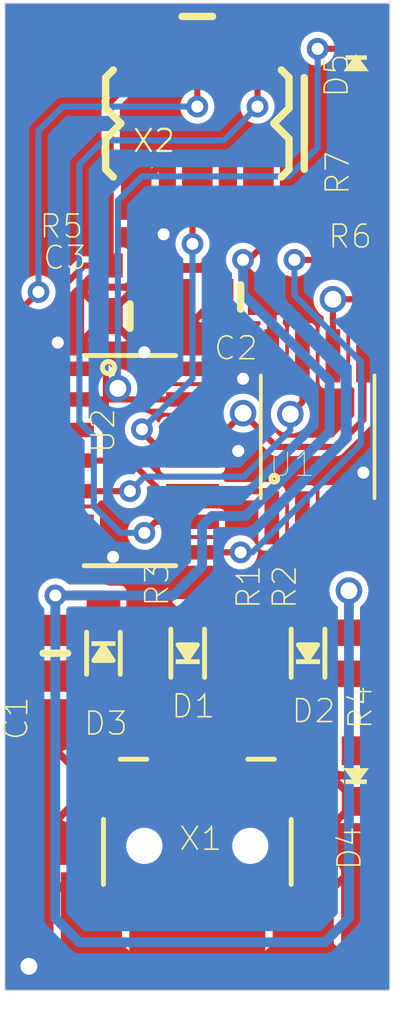
<source format=kicad_pcb>
(kicad_pcb (version 20221018) (generator pcbnew)
  (layers (0 "F.Cu" signal) (31 "B.Cu" signal) (34 "B.Paste" user) (35 "F.Paste" user) (36 "B.SilkS" user "B.Silkscreen") (37 "F.SilkS" user "F.Silkscreen") (38 "B.Mask" user) (39 "F.Mask" user) (44 "Edge.Cuts" user))
  (net 0 "")
  (net 1 "GND")
  (net 2 "N$1")
  (net 3 "N$2")
  (net 4 "5.0V")
  (net 5 "N$4")
  (net 6 "N$5")
  (net 7 "N$7")
  (net 8 "N$9")
  (net 9 "VDDIO")
  (net 10 "RST-HV")
  (net 11 "SCK-HV")
  (net 12 "MOSI-HV")
  (net 13 "MISO-LV")
  (net 14 "SCK-LV")
  (net 15 "RST-LV")
  (net 16 "MOSI-LV")
  (net 17 "MISO-HV")
  (net 18 "PB2/MISO")
  (net 19 "N$3")
  (footprint "working:SOIC14" (layer "F.Cu") (at 145.7011 103.5036 -90)
    (fp_text reference "U2" (at -2.237 1.119 90) (layer "F.SilkS") (effects (font (size 0.94935 0.94935) (thickness 0.06665)) (justify right)))
    (fp_text value "74AHC125-SOIC14")
    (fp_line (start -4.365 -1.9) (end -4.365 1.9) (stroke (width 0.2032)) (layer "F.SilkS"))
    (fp_line (start 4.365 -1.9) (end 4.365 1.9) (stroke (width 0.2032)) (layer "F.SilkS"))
    (fp_circle (center -3.8608 0.889) (end -3.6068 0.889) (stroke (width 0.2032)) (fill none) (layer "F.SilkS"))
    (pad "1" smd rect (at -3.81 2.6 270) (size 0.6 2.2) (layers "F.Cu" "F.Paste" "F.Mask") (net 10 "RST-HV"))
    (pad "2" smd rect (at -2.54 2.6 270) (size 0.6 2.2) (layers "F.Cu" "F.Paste" "F.Mask") (net 10 "RST-HV"))
    (pad "3" smd rect (at -1.27 2.6 270) (size 0.6 2.2) (layers "F.Cu" "F.Paste" "F.Mask") (net 15 "RST-LV"))
    (pad "4" smd rect (at 0 2.6 270) (size 0.6 2.2) (layers "F.Cu" "F.Paste" "F.Mask") (net 10 "RST-HV"))
    (pad "5" smd rect (at 1.27 2.6 270) (size 0.6 2.2) (layers "F.Cu" "F.Paste" "F.Mask") (net 11 "SCK-HV"))
    (pad "6" smd rect (at 2.54 2.6 270) (size 0.6 2.2) (layers "F.Cu" "F.Paste" "F.Mask") (net 14 "SCK-LV"))
    (pad "7" smd rect (at 3.81 2.6 270) (size 0.6 2.2) (layers "F.Cu" "F.Paste" "F.Mask") (net 1 "GND"))
    (pad "8" smd rect (at 3.81 -2.6 270) (size 0.6 2.2) (layers "F.Cu" "F.Paste" "F.Mask") (net 17 "MISO-HV"))
    (pad "9" smd rect (at 2.54 -2.6 270) (size 0.6 2.2) (layers "F.Cu" "F.Paste" "F.Mask") (net 13 "MISO-LV"))
    (pad "10" smd rect (at 1.27 -2.6 270) (size 0.6 2.2) (layers "F.Cu" "F.Paste" "F.Mask") (net 10 "RST-HV"))
    (pad "11" smd rect (at 0 -2.6 270) (size 0.6 2.2) (layers "F.Cu" "F.Paste" "F.Mask") (net 16 "MOSI-LV"))
    (pad "12" smd rect (at -1.27 -2.6 270) (size 0.6 2.2) (layers "F.Cu" "F.Paste" "F.Mask") (net 12 "MOSI-HV"))
    (pad "13" smd rect (at -2.54 -2.6 270) (size 0.6 2.2) (layers "F.Cu" "F.Paste" "F.Mask") (net 10 "RST-HV"))
    (pad "14" smd rect (at -3.81 -2.6 270) (size 0.6 2.2) (layers "F.Cu" "F.Paste" "F.Mask") (net 9 "VDDIO"))
  )
  (footprint "working:0603-NO" (layer "F.Cu") (at 151.4011 111.5036 90)
    (fp_text reference "R2" (at 1.778 0.727 90) (layer "F.SilkS") (effects (font (size 0.94935 0.94935) (thickness 0.06665)) (justify left)))
    (fp_text value "68R")
    (pad "1" smd rect (at -0.85 0 90) (size 1.1 1) (layers "F.Cu" "F.Paste" "F.Mask") (net 3 "N$2"))
    (pad "2" smd rect (at 0.85 0 90) (size 1.1 1) (layers "F.Cu" "F.Paste" "F.Mask") (net 6 "N$5"))
  )
  (footprint "working:0603-NO" (layer "F.Cu") (at 145.7011 95.4036)
    (fp_text reference "R5" (at -1.878 -1.627) (layer "F.SilkS") (effects (font (size 0.94935 0.94935) (thickness 0.06665)) (justify right)))
    (fp_text value "10K")
    (pad "1" smd rect (at -0.85 0) (size 1.1 1) (layers "F.Cu" "F.Paste" "F.Mask") (net 15 "RST-LV"))
    (pad "2" smd rect (at 0.85 0) (size 1.1 1) (layers "F.Cu" "F.Paste" "F.Mask") (net 9 "VDDIO"))
  )
  (footprint "working:0805-NO" (layer "F.Cu") (at 150.3011 96.7086)
    (fp_text reference "C2" (at -1.168 2.127) (layer "F.SilkS") (effects (font (size 0.94935 0.94935) (thickness 0.06665)) (justify left)))
    (fp_text value "100n")
    (fp_line (start 0 -0.508) (end 0 0.508) (stroke (width 0.3048)) (layer "F.SilkS"))
    (pad "1" smd rect (at -0.95 0) (size 1.3 1.5) (layers "F.Cu" "F.Paste" "F.Mask") (net 1 "GND"))
    (pad "2" smd rect (at 0.95 0) (size 1.3 1.5) (layers "F.Cu" "F.Paste" "F.Mask") (net 4 "5.0V"))
  )
  (footprint "working:0805-NO" (layer "F.Cu") (at 142.6011 111.5036 -90)
    (fp_text reference "C1" (at 1.732 1.627 90) (layer "F.SilkS") (effects (font (size 0.94935 0.94935) (thickness 0.06665)) (justify right)))
    (fp_text value "4u7")
    (fp_line (start 0 -0.508) (end 0 0.508) (stroke (width 0.3048)) (layer "F.SilkS"))
    (pad "1" smd rect (at -0.95 0 270) (size 1.3 1.5) (layers "F.Cu" "F.Paste" "F.Mask") (net 4 "5.0V"))
    (pad "2" smd rect (at 0.95 0 270) (size 1.3 1.5) (layers "F.Cu" "F.Paste" "F.Mask") (net 1 "GND"))
  )
  (footprint "working:CHIPLED_0805_NOOUTLINE" (layer "F.Cu") (at 155.1011 116.6036 180)
    (fp_text reference "D4" (at 0.284 -2.022 90) (layer "F.SilkS") (effects (font (size 0.94935 0.94935) (thickness 0.06665)) (justify right)))
    (fp_text value "")
    (fp_poly (pts (xy 0.5334 0.3302) (xy -0.5334 0.3302) (xy 0 -0.381)) (fill solid) (layer "F.SilkS"))
    (fp_poly (pts (xy -0.4445 -0.1405) (xy 0.4445 -0.1405) (xy 0.4445 -0.331) (xy -0.4445 -0.331)) (fill solid) (layer "F.SilkS"))
    (pad "A" smd rect (at 0 1.05 180) (size 1.2 1.2) (layers "F.Cu" "F.Paste" "F.Mask") (net 8 "N$9"))
    (pad "C" smd rect (at 0 -1.05 180) (size 1.2 1.2) (layers "F.Cu" "F.Paste" "F.Mask") (net 1 "GND"))
  )
  (footprint "working:0603-NO" (layer "F.Cu") (at 154.7011 95.1686)
    (fp_text reference "R6" (at -0.822 -0.973) (layer "F.SilkS") (effects (font (size 0.94935 0.94935) (thickness 0.06665)) (justify left)))
    (fp_text value "470R")
    (pad "1" smd rect (at -0.85 0) (size 1.1 1) (layers "F.Cu" "F.Paste" "F.Mask") (net 17 "MISO-HV"))
    (pad "2" smd rect (at 0.85 0) (size 1.1 1) (layers "F.Cu" "F.Paste" "F.Mask") (net 18 "PB2/MISO"))
  )
  (footprint "working:SOD-323" (layer "F.Cu") (at 153.1011 111.5036 90)
    (fp_text reference "D2" (at -2.4 1.2) (layer "F.SilkS") (effects (font (size 0.94935 0.94935) (thickness 0.06665)) (justify right)))
    (fp_text value "3V6")
    (fp_line (start -1 -0.7) (end 1 -0.7) (stroke (width 0.2032)) (layer "F.SilkS"))
    (fp_line (start -0.25 0) (end 0.35 -0.4) (stroke (width 0.2032)) (layer "F.SilkS"))
    (fp_line (start 0.35 -0.4) (end 0.35 0.4) (stroke (width 0.2032)) (layer "F.SilkS"))
    (fp_line (start 0.35 0.4) (end -0.25 0) (stroke (width 0.2032)) (layer "F.SilkS"))
    (fp_line (start 1 0.7) (end -1 0.7) (stroke (width 0.2032)) (layer "F.SilkS"))
    (fp_poly (pts (xy 0.3016 0.389841) (xy -0.283162 0) (xy 0.3016 -0.389841)) (fill solid) (layer "F.SilkS"))
    (fp_poly (pts (xy -0.45 0.5) (xy -0.25 0.5) (xy -0.25 -0.5) (xy -0.45 -0.5)) (fill solid) (layer "F.SilkS"))
    (pad "A" smd rect (at 1.27 0 90) (size 1.35 0.8) (layers "F.Cu" "F.Paste" "F.Mask") (net 1 "GND"))
    (pad "C" smd rect (at -1.27 0 90) (size 1.35 0.8) (layers "F.Cu" "F.Paste" "F.Mask") (net 3 "N$2"))
  )
  (footprint "working:0805-NO" (layer "F.Cu") (at 145.7011 97.5036)
    (fp_text reference "C3" (at -1.732 -2.427) (layer "F.SilkS") (effects (font (size 0.94935 0.94935) (thickness 0.06665)) (justify right)))
    (fp_text value "100n")
    (fp_line (start 0 -0.508) (end 0 0.508) (stroke (width 0.3048)) (layer "F.SilkS"))
    (pad "1" smd rect (at -0.95 0) (size 1.3 1.5) (layers "F.Cu" "F.Paste" "F.Mask") (net 1 "GND"))
    (pad "2" smd rect (at 0.95 0) (size 1.3 1.5) (layers "F.Cu" "F.Paste" "F.Mask") (net 9 "VDDIO"))
  )
  (footprint "working:SOD-123" (layer "F.Cu") (at 144.6011 111.5036 -90)
    (fp_text reference "D3" (at 2.916 -1.07) (layer "F.SilkS") (effects (font (size 0.94935 0.94935) (thickness 0.06665)) (justify right)))
    (fp_text value "")
    (fp_line (start -0.873 -0.7) (end 0.873 -0.7) (stroke (width 0.2032)) (layer "F.SilkS"))
    (fp_line (start -0.3 0) (end 0.3 -0.4) (stroke (width 0.2032)) (layer "F.SilkS"))
    (fp_line (start 0.3 -0.4) (end 0.3 0.4) (stroke (width 0.2032)) (layer "F.SilkS"))
    (fp_line (start 0.3 0.4) (end -0.3 0) (stroke (width 0.2032)) (layer "F.SilkS"))
    (fp_line (start 0.873 0.7) (end -0.873 0.7) (stroke (width 0.2032)) (layer "F.SilkS"))
    (fp_poly (pts (xy 0.3016 0.389841) (xy -0.283162 0) (xy 0.3016 -0.389841)) (fill solid) (layer "F.SilkS"))
    (fp_poly (pts (xy -0.5 0.5) (xy -0.3 0.5) (xy -0.3 -0.5) (xy -0.5 -0.5)) (fill solid) (layer "F.SilkS"))
    (pad "A" smd rect (at 1.85 0) (size 1.4 1.4) (layers "F.Cu" "F.Paste" "F.Mask") (net 7 "N$7"))
    (pad "C" smd rect (at -1.85 0) (size 1.4 1.4) (layers "F.Cu" "F.Paste" "F.Mask") (net 4 "5.0V"))
  )
  (footprint "working:USB-MINIB_LARGER" (layer "F.Cu") (at 148.5011 120.5036)
    (fp_text reference "X1" (at -0.81 -1.301) (layer "F.SilkS") (effects (font (size 0.94935 0.94935) (thickness 0.06665)) (justify left)))
    (fp_text value "")
    (fp_line (start -3.9 0.6) (end -3.9 -2.1) (stroke (width 0.2032)) (layer "F.SilkS"))
    (fp_line (start -3.2 -4.6) (end -2.1 -4.6) (stroke (width 0.2032)) (layer "F.SilkS"))
    (fp_line (start 2.1 -4.6) (end 3.2 -4.6) (stroke (width 0.2032)) (layer "F.SilkS"))
    (fp_line (start 3.9 -2.1) (end 3.9 0.6) (stroke (width 0.2032)) (layer "F.SilkS"))
    (pad "" np_thru_hole circle (at -2.2 -1) (size 1 1) (drill 1) (layers "*.Cu" "*.Mask"))
    (pad "" np_thru_hole circle (at 2.2 -1) (size 1 1) (drill 1) (layers "*.Cu" "*.Mask"))
    (pad "D+" smd rect (at 0 -4.064 180) (size 0.5 2.308) (layers "F.Cu" "F.Paste" "F.Mask") (net 3 "N$2"))
    (pad "D-" smd rect (at -0.8 -4.064 180) (size 0.5 2.308) (layers "F.Cu" "F.Paste" "F.Mask") (net 2 "N$1"))
    (pad "GND" smd rect (at 1.6 -4.064 180) (size 0.5 2.308) (layers "F.Cu" "F.Paste" "F.Mask") (net 1 "GND"))
    (pad "GND1" smd rect (at -4.4 2) (size 2.54 3.81) (layers "F.Cu" "F.Paste" "F.Mask") (net 1 "GND"))
    (pad "GND2" smd rect (at -4.4 -3.5) (size 2 2.4) (layers "F.Cu" "F.Paste" "F.Mask") (net 1 "GND"))
    (pad "GND3" smd rect (at 4.4 -3.5) (size 2 2.4) (layers "F.Cu" "F.Paste" "F.Mask") (net 1 "GND"))
    (pad "GND4" smd rect (at 4.4 2) (size 2.54 3.81) (layers "F.Cu" "F.Paste" "F.Mask") (net 1 "GND"))
    (pad "ID" smd rect (at 0.8 -4.064 180) (size 0.5 2.308) (layers "F.Cu" "F.Paste" "F.Mask"))
    (pad "VBUS" smd rect (at -1.6 -4.064 180) (size 0.5 2.308) (layers "F.Cu" "F.Paste" "F.Mask") (net 7 "N$7"))
  )
  (footprint "working:0603-NO" (layer "F.Cu") (at 146.4011 111.5036 90)
    (fp_text reference "R3" (at 1.878 0.427 90) (layer "F.SilkS") (effects (font (size 0.94935 0.94935) (thickness 0.06665)) (justify left)))
    (fp_text value "1K5")
    (pad "1" smd rect (at -0.85 0 90) (size 1.1 1) (layers "F.Cu" "F.Paste" "F.Mask") (net 2 "N$1"))
    (pad "2" smd rect (at 0.85 0 90) (size 1.1 1) (layers "F.Cu" "F.Paste" "F.Mask") (net 4 "5.0V"))
  )
  (footprint "working:0603-NO" (layer "F.Cu") (at 155.1011 90.9036 90)
    (fp_text reference "R7" (at -1.622 -0.773 90) (layer "F.SilkS") (effects (font (size 0.94935 0.94935) (thickness 0.06665)) (justify left)))
    (fp_text value "1K")
    (pad "1" smd rect (at -0.85 0 90) (size 1.1 1) (layers "F.Cu" "F.Paste" "F.Mask") (net 4 "5.0V"))
    (pad "2" smd rect (at 0.85 0 90) (size 1.1 1) (layers "F.Cu" "F.Paste" "F.Mask") (net 19 "N$3"))
  )
  (footprint "working:SOD-323" (layer "F.Cu") (at 148.1011 111.5036 90)
    (fp_text reference "D1" (at -2.2 1.2) (layer "F.SilkS") (effects (font (size 0.94935 0.94935) (thickness 0.06665)) (justify right)))
    (fp_text value "3V6")
    (fp_line (start -1 -0.7) (end 1 -0.7) (stroke (width 0.2032)) (layer "F.SilkS"))
    (fp_line (start -0.25 0) (end 0.35 -0.4) (stroke (width 0.2032)) (layer "F.SilkS"))
    (fp_line (start 0.35 -0.4) (end 0.35 0.4) (stroke (width 0.2032)) (layer "F.SilkS"))
    (fp_line (start 0.35 0.4) (end -0.25 0) (stroke (width 0.2032)) (layer "F.SilkS"))
    (fp_line (start 1 0.7) (end -1 0.7) (stroke (width 0.2032)) (layer "F.SilkS"))
    (fp_poly (pts (xy 0.3016 0.389841) (xy -0.283162 0) (xy 0.3016 -0.389841)) (fill solid) (layer "F.SilkS"))
    (fp_poly (pts (xy -0.45 0.5) (xy -0.25 0.5) (xy -0.25 -0.5) (xy -0.45 -0.5)) (fill solid) (layer "F.SilkS"))
    (pad "A" smd rect (at 1.27 0 90) (size 1.35 0.8) (layers "F.Cu" "F.Paste" "F.Mask") (net 1 "GND"))
    (pad "C" smd rect (at -1.27 0 90) (size 1.35 0.8) (layers "F.Cu" "F.Paste" "F.Mask") (net 2 "N$1"))
  )
  (footprint "working:CHIPLED_0805_NOOUTLINE" (layer "F.Cu") (at 155.1011 87.0036)
    (fp_text reference "D5" (at -0.816 1.478 90) (layer "F.SilkS") (effects (font (size 0.94935 0.94935) (thickness 0.06665)) (justify left)))
    (fp_text value "")
    (fp_poly (pts (xy 0.5334 0.3302) (xy -0.5334 0.3302) (xy 0 -0.381)) (fill solid) (layer "F.SilkS"))
    (fp_poly (pts (xy -0.4445 -0.1405) (xy 0.4445 -0.1405) (xy 0.4445 -0.331) (xy -0.4445 -0.331)) (fill solid) (layer "F.SilkS"))
    (pad "A" smd rect (at 0 1.05) (size 1.2 1.2) (layers "F.Cu" "F.Paste" "F.Mask") (net 19 "N$3"))
    (pad "C" smd rect (at 0 -1.05) (size 1.2 1.2) (layers "F.Cu" "F.Paste" "F.Mask") (net 10 "RST-HV"))
  )
  (footprint "working:0603-NO" (layer "F.Cu") (at 154.8011 111.5036 -90)
    (fp_text reference "R4" (at 1.278 -0.473 90) (layer "F.SilkS") (effects (font (size 0.94935 0.94935) (thickness 0.06665)) (justify right)))
    (fp_text value "470R")
    (pad "1" smd rect (at -0.85 0 270) (size 1.1 1) (layers "F.Cu" "F.Paste" "F.Mask") (net 4 "5.0V"))
    (pad "2" smd rect (at 0.85 0 270) (size 1.1 1) (layers "F.Cu" "F.Paste" "F.Mask") (net 8 "N$9"))
  )
  (footprint "working:SO08-EIAJ" (layer "F.Cu") (at 153.5011 102.5036)
    (fp_text reference "U1" (at -2.07 1.162) (layer "F.SilkS") (effects (font (size 0.978611 0.978611) (thickness 0.037389)) (justify left)))
    (fp_text value "ATTINY45")
    (fp_line (start -2.362 -2.5396) (end -2.362 2.565) (stroke (width 0.1524)) (layer "F.SilkS"))
    (fp_line (start 2.362 2.565) (end 2.362 -2.5396) (stroke (width 0.1524)) (layer "F.SilkS"))
    (fp_circle (center -1.8034 1.7526) (end -1.6598 1.7526) (stroke (width 0.2032)) (fill none) (layer "F.SilkS"))
    (pad "1" smd rect (at -1.905 3.3782) (size 0.6096 2.2098) (layers "F.Cu" "F.Paste" "F.Mask") (net 10 "RST-HV"))
    (pad "2" smd rect (at -0.635 3.3782) (size 0.6096 2.2098) (layers "F.Cu" "F.Paste" "F.Mask") (net 5 "N$4"))
    (pad "3" smd rect (at 0.635 3.3782) (size 0.6096 2.2098) (layers "F.Cu" "F.Paste" "F.Mask") (net 6 "N$5"))
    (pad "4" smd rect (at 1.905 3.3782) (size 0.6096 2.2098) (layers "F.Cu" "F.Paste" "F.Mask") (net 1 "GND"))
    (pad "5" smd rect (at 1.905 -3.3528) (size 0.6096 2.2098) (layers "F.Cu" "F.Paste" "F.Mask") (net 12 "MOSI-HV"))
    (pad "6" smd rect (at 0.635 -3.3528) (size 0.6096 2.2098) (layers "F.Cu" "F.Paste" "F.Mask") (net 18 "PB2/MISO"))
    (pad "7" smd rect (at -0.635 -3.3528) (size 0.6096 2.2098) (layers "F.Cu" "F.Paste" "F.Mask") (net 11 "SCK-HV"))
    (pad "8" smd rect (at -1.905 -3.3528) (size 0.6096 2.2098) (layers "F.Cu" "F.Paste" "F.Mask") (net 4 "5.0V"))
  )
  (footprint "working:2X3_SMD" (layer "F.Cu") (at 148.5011 89.5036 -90)
    (fp_text reference "X2" (at 0.72 2.74) (layer "F.SilkS") (effects (font (size 0.92456 0.92456) (thickness 0.09144)) (justify left)))
    (fp_text value "AVR ISP" hide)
    (fp_line (start -4.445 -0.635) (end -4.445 0.635) (stroke (width 0.3048)) (layer "F.SilkS"))
    (fp_line (start -2.2225 -3.4925) (end -1.905 -3.81) (stroke (width 0.3048)) (layer "F.SilkS"))
    (fp_line (start -2.2225 3.4925) (end -1.905 3.81) (stroke (width 0.3048)) (layer "F.SilkS"))
    (fp_line (start -1.905 -4.445) (end 1.905 -4.445) (stroke (width 0.3048)) (layer "F.SilkS"))
    (fp_line (start -1.905 -3.81) (end -0.635 -3.81) (stroke (width 0.3048)) (layer "F.SilkS"))
    (fp_line (start -1.905 3.81) (end -0.635 3.81) (stroke (width 0.3048)) (layer "F.SilkS"))
    (fp_line (start -0.635 -3.81) (end 0 -3.175) (stroke (width 0.3048)) (layer "F.SilkS"))
    (fp_line (start -0.635 3.81) (end 0 3.175) (stroke (width 0.3048)) (layer "F.SilkS"))
    (fp_line (start 0 -3.175) (end 0.635 -3.81) (stroke (width 0.3048)) (layer "F.SilkS"))
    (fp_line (start 0 3.175) (end 0.635 3.81) (stroke (width 0.3048)) (layer "F.SilkS"))
    (fp_line (start 0.635 -3.81) (end 1.905 -3.81) (stroke (width 0.3048)) (layer "F.SilkS"))
    (fp_line (start 0.635 3.81) (end 1.905 3.81) (stroke (width 0.3048)) (layer "F.SilkS"))
    (fp_line (start 1.905 -3.81) (end 2.2225 -3.4925) (stroke (width 0.3048)) (layer "F.SilkS"))
    (fp_line (start 1.905 3.81) (end 2.2225 3.4925) (stroke (width 0.3048)) (layer "F.SilkS"))
    (pad "1" smd rect (at -2.73 -2.54 270) (size 2.54 1.27) (layers "F.Cu" "F.Paste" "F.Mask") (net 13 "MISO-LV"))
    (pad "2" smd rect (at 2.73 -2.54 270) (size 2.54 1.27) (layers "F.Cu" "F.Paste" "F.Mask") (net 9 "VDDIO"))
    (pad "3" smd rect (at -2.73 0 270) (size 2.54 1.27) (layers "F.Cu" "F.Paste" "F.Mask") (net 14 "SCK-LV"))
    (pad "4" smd rect (at 2.73 0 270) (size 2.54 1.27) (layers "F.Cu" "F.Paste" "F.Mask") (net 16 "MOSI-LV"))
    (pad "5" smd rect (at -2.73 2.54 270) (size 2.54 1.27) (layers "F.Cu" "F.Paste" "F.Mask") (net 15 "RST-LV"))
    (pad "6" smd rect (at 2.73 2.54 270) (size 2.54 1.27) (layers "F.Cu" "F.Paste" "F.Mask") (net 1 "GND"))
  )
  (footprint "working:0603-NO" (layer "F.Cu") (at 149.8011 111.5036 90)
    (fp_text reference "R1" (at 1.778 0.827 90) (layer "F.SilkS") (effects (font (size 0.94935 0.94935) (thickness 0.06665)) (justify left)))
    (fp_text value "68R")
    (pad "1" smd rect (at -0.85 0 90) (size 1.1 1) (layers "F.Cu" "F.Paste" "F.Mask") (net 2 "N$1"))
    (pad "2" smd rect (at 0.85 0 90) (size 1.1 1) (layers "F.Cu" "F.Paste" "F.Mask") (net 5 "N$4"))
  )
  (gr_line (start 140.5011 125.5036) (end 156.5011 125.5036) (stroke (width 0.05)) (layer "Edge.Cuts"))
  (gr_line (start 156.5011 125.5036) (end 156.5011 84.5036) (stroke (width 0.05)) (layer "Edge.Cuts"))
  (gr_line (start 156.5011 84.5036) (end 140.5011 84.5036) (stroke (width 0.05)) (layer "Edge.Cuts"))
  (gr_line (start 140.5011 84.5036) (end 140.5011 125.5036) (stroke (width 0.05)) (layer "Edge.Cuts"))
  (via (at 142.7011 98.6036) (size 0.9064) (drill 0.5) (layers "F.Cu" "B.Cu") (net 1))
  (via (at 141.5011 124.5036) (size 1.1064) (drill 0.7) (layers "F.Cu" "B.Cu") (net 1))
  (via (at 150.2011 103.1036) (size 0.9064) (drill 0.5) (layers "F.Cu" "B.Cu") (net 1))
  (via (at 147.1011 94.1036) (size 0.9064) (drill 0.5) (layers "F.Cu" "B.Cu") (net 1))
  (via (at 155.4011 104.0036) (size 0.9064) (drill 0.5) (layers "F.Cu" "B.Cu") (net 1))
  (via (at 150.4011 100.1036) (size 0.9064) (drill 0.5) (layers "F.Cu" "B.Cu") (net 1))
  (via (at 145.0011 107.5036) (size 0.9064) (drill 0.5) (layers "F.Cu" "B.Cu") (net 1))
  (via (at 146.3011 99.0036) (size 0.9064) (drill 0.5) (layers "F.Cu" "B.Cu") (net 1))
  (segment (start 149.8011 112.3536) (end 148.1011 112.3536) (width 0.4064) (layer "F.Cu") (net 2))
  (segment (start 148.1011 113.8036) (end 148.1011 112.7736) (width 0.4064) (layer "F.Cu") (net 2))
  (segment (start 148.1011 112.3536) (end 148.1011 112.7736) (width 0.4064) (layer "F.Cu") (net 2))
  (segment (start 147.7011 114.2036) (end 148.1011 113.8036) (width 0.4064) (layer "F.Cu") (net 2))
  (segment (start 146.4011 112.3536) (end 148.1011 112.3536) (width 0.4064) (layer "F.Cu") (net 2))
  (segment (start 147.7011 116.4396) (end 147.7011 114.2036) (width 0.4064) (layer "F.Cu") (net 2))
  (segment (start 153.1011 112.3536) (end 153.1011 112.7736) (width 0.4064) (layer "F.Cu") (net 3))
  (segment (start 148.5011 116.4396) (end 148.5011 114.7036) (width 0.4064) (layer "F.Cu") (net 3))
  (segment (start 151.4011 112.3536) (end 153.1011 112.3536) (width 0.4064) (layer "F.Cu") (net 3))
  (segment (start 149.5011 113.7036) (end 151.084875 113.7036) (width 0.4064) (layer "F.Cu") (net 3))
  (segment (start 148.5011 114.7036) (end 149.5011 113.7036) (width 0.4064) (layer "F.Cu") (net 3))
  (segment (start 151.4011 113.387375) (end 151.4011 112.3536) (width 0.4064) (layer "F.Cu") (net 3))
  (segment (start 151.084875 113.7036) (end 151.4011 113.387375) (width 0.4064) (layer "F.Cu") (net 3))
  (segment (start 145.9511 110.2036) (end 146.4011 110.6536) (width 0.4064) (layer "F.Cu") (net 4))
  (segment (start 144.6011 109.1036) (end 142.6011 109.1036) (width 0.4064) (layer "F.Cu") (net 4))
  (segment (start 154.8011 108.9036) (end 154.8011 110.6536) (width 0.4064) (layer "F.Cu") (net 4))
  (segment (start 151.5961 99.1508) (end 151.5961 96.7086) (width 0.4064) (layer "F.Cu") (net 4))
  (segment (start 144.6011 109.6536) (end 144.6011 109.1036) (width 0.4064) (layer "F.Cu") (net 4))
  (segment (start 150.4011 95.5036) (end 150.4011 95.1686) (width 0.4064) (layer "F.Cu") (net 4))
  (segment (start 151.2511 96.7086) (end 151.5961 96.7086) (width 0.4064) (layer "F.Cu") (net 4))
  (segment (start 145.1511 110.2036) (end 145.9511 110.2036) (width 0.4064) (layer "F.Cu") (net 4))
  (segment (start 154.6511 92.2036) (end 155.1011 91.7536) (width 0.254) (layer "F.Cu") (net 4))
  (segment (start 150.6361 95.1686) (end 153.6011 92.2036) (width 0.254) (layer "F.Cu") (net 4))
  (segment (start 151.2511 96.7086) (end 151.2511 96.3536) (width 0.4064) (layer "F.Cu") (net 4))
  (segment (start 142.6011 110.5536) (end 142.6011 109.1036) (width 0.4064) (layer "F.Cu") (net 4))
  (segment (start 150.4011 95.1686) (end 150.6361 95.1686) (width 0.254) (layer "F.Cu") (net 4))
  (segment (start 153.6011 92.2036) (end 154.6511 92.2036) (width 0.254) (layer "F.Cu") (net 4))
  (segment (start 144.6011 109.6536) (end 145.1511 110.2036) (width 0.4064) (layer "F.Cu") (net 4))
  (segment (start 151.2511 96.3536) (end 150.4011 95.5036) (width 0.4064) (layer "F.Cu") (net 4))
  (via (at 154.8011 108.9036) (size 1.1064) (drill 0.7) (layers "F.Cu" "B.Cu") (net 4))
  (via (at 142.6011 109.1036) (size 0.9064) (drill 0.5) (layers "F.Cu" "B.Cu") (net 4))
  (via (at 150.4011 95.1686) (size 0.9064) (drill 0.5) (layers "F.Cu" "B.Cu") (net 4))
  (segment (start 150.5011 105.8036) (end 149.1011 105.8036) (width 0.4064) (layer "B.Cu") (net 4))
  (segment (start 154.0011 100.2036) (end 154.0011 102.3036) (width 0.4064) (layer "B.Cu") (net 4))
  (segment (start 149.1011 105.8036) (end 148.7011 106.2036) (width 0.4064) (layer "B.Cu") (net 4))
  (segment (start 147.5011 109.1036) (end 142.6011 109.1036) (width 0.4064) (layer "B.Cu") (net 4))
  (segment (start 150.4011 96.6036) (end 154.0011 100.2036) (width 0.4064) (layer "B.Cu") (net 4))
  (segment (start 153.8011 123.5036) (end 143.6011 123.5036) (width 0.4064) (layer "B.Cu") (net 4))
  (segment (start 154.8011 122.5036) (end 153.8011 123.5036) (width 0.4064) (layer "B.Cu") (net 4))
  (segment (start 142.6011 122.5036) (end 142.6011 109.1036) (width 0.4064) (layer "B.Cu") (net 4))
  (segment (start 154.8011 108.9036) (end 154.8011 122.5036) (width 0.4064) (layer "B.Cu") (net 4))
  (segment (start 148.7011 107.9036) (end 147.5011 109.1036) (width 0.4064) (layer "B.Cu") (net 4))
  (segment (start 148.7011 106.2036) (end 148.7011 107.9036) (width 0.4064) (layer "B.Cu") (net 4))
  (segment (start 143.6011 123.5036) (end 142.6011 122.5036) (width 0.4064) (layer "B.Cu") (net 4))
  (segment (start 150.4011 96.6036) (end 150.4011 95.1686) (width 0.4064) (layer "B.Cu") (net 4))
  (segment (start 154.0011 102.3036) (end 150.5011 105.8036) (width 0.4064) (layer "B.Cu") (net 4))
  (segment (start 149.8011 110.5036) (end 152.8661 107.4386) (width 0.254) (layer "F.Cu") (net 5))
  (segment (start 152.8661 107.4386) (end 152.8661 105.8818) (width 0.254) (layer "F.Cu") (net 5))
  (segment (start 149.8011 110.6536) (end 149.8011 110.5036) (width 0.254) (layer "F.Cu") (net 5))
  (segment (start 151.4011 110.6536) (end 151.7011 110.3536) (width 0.254) (layer "F.Cu") (net 6))
  (segment (start 151.7011 110.3536) (end 151.7011 109.7036) (width 0.254) (layer "F.Cu") (net 6))
  (segment (start 154.1361 107.2686) (end 154.1361 105.8818) (width 0.254) (layer "F.Cu") (net 6))
  (segment (start 151.7011 109.7036) (end 154.1361 107.2686) (width 0.254) (layer "F.Cu") (net 6))
  (segment (start 146.9011 115.336054) (end 146.268646 114.7036) (width 0.4064) (layer "F.Cu") (net 7))
  (segment (start 145.9511 114.7036) (end 144.6011 113.3536) (width 0.4064) (layer "F.Cu") (net 7))
  (segment (start 146.9011 116.4396) (end 146.9011 115.336054) (width 0.4064) (layer "F.Cu") (net 7))
  (segment (start 146.268646 114.7036) (end 145.9511 114.7036) (width 0.4064) (layer "F.Cu") (net 7))
  (segment (start 154.8011 115.5536) (end 155.1011 115.5536) (width 0.4064) (layer "F.Cu") (net 8))
  (segment (start 154.8011 112.3536) (end 154.8011 115.5536) (width 0.4064) (layer "F.Cu") (net 8))
  (segment (start 147.2011 99.6936) (end 148.3011 99.6936) (width 0.254) (layer "F.Cu") (net 9))
  (segment (start 146.5511 95.5036) (end 146.5511 95.4036) (width 0.4064) (layer "F.Cu") (net 9))
  (segment (start 147.2011 98.0536) (end 147.2011 99.6936) (width 0.254) (layer "F.Cu") (net 9))
  (segment (start 146.6511 97.5036) (end 147.2011 98.0536) (width 0.254) (layer "F.Cu") (net 9))
  (segment (start 151.0411 92.2336) (end 151.0411 93.1636) (width 0.4064) (layer "F.Cu") (net 9))
  (segment (start 146.5511 97.4036) (end 146.6511 97.5036) (width 0.254) (layer "F.Cu") (net 9))
  (segment (start 148.7011 95.5036) (end 146.5511 95.5036) (width 0.4064) (layer "F.Cu") (net 9))
  (segment (start 151.0411 93.1636) (end 148.7011 95.5036) (width 0.4064) (layer "F.Cu") (net 9))
  (segment (start 146.5511 95.4036) (end 146.5511 97.4036) (width 0.254) (layer "F.Cu") (net 9))
  (segment (start 148.3011 104.7736) (end 151.5961 104.7736) (width 0.254) (layer "F.Cu") (net 10))
  (segment (start 148.3011 100.9636) (end 145.2011 100.9636) (width 0.254) (layer "F.Cu") (net 10))
  (segment (start 146.9711 104.7736) (end 145.7011 103.5036) (width 0.254) (layer "F.Cu") (net 10))
  (segment (start 144.7011 103.5036) (end 144.7011 100.9636) (width 0.254) (layer "F.Cu") (net 10))
  (segment (start 143.1011 103.5036) (end 144.7011 103.5036) (width 0.254) (layer "F.Cu") (net 10))
  (segment (start 153.5011 86.4036) (end 155.1011 86.4036) (width 0.254) (layer "F.Cu") (net 10))
  (segment (start 155.1011 86.4036) (end 155.1011 85.9536) (width 0.254) (layer "F.Cu") (net 10))
  (segment (start 145.2011 100.9636) (end 144.7011 100.9636) (width 0.254) (layer "F.Cu") (net 10))
  (segment (start 144.7011 99.926194) (end 144.7011 100.9636) (width 0.254) (layer "F.Cu") (net 10))
  (segment (start 151.5961 104.7736) (end 151.5961 105.8818) (width 0.254) (layer "F.Cu") (net 10))
  (segment (start 145.2011 100.5036) (end 145.2011 100.9636) (width 0.254) (layer "F.Cu") (net 10))
  (segment (start 144.468506 99.6936) (end 144.7011 99.926194) (width 0.254) (layer "F.Cu") (net 10))
  (segment (start 144.7011 103.5036) (end 145.7011 103.5036) (width 0.254) (layer "F.Cu") (net 10))
  (segment (start 143.1011 99.6936) (end 144.468506 99.6936) (width 0.254) (layer "F.Cu") (net 10))
  (segment (start 146.9711 104.7736) (end 148.3011 104.7736) (width 0.254) (layer "F.Cu") (net 10))
  (segment (start 144.7011 100.9636) (end 143.1011 100.9636) (width 0.254) (layer "F.Cu") (net 10))
  (via (at 145.2011 100.5036) (size 1.1064) (drill 0.7) (layers "F.Cu" "B.Cu") (net 10))
  (via (at 153.5011 86.4036) (size 0.9064) (drill 0.5) (layers "F.Cu" "B.Cu") (net 10))
  (segment (start 145.2011 92.7036) (end 145.2011 100.5036) (width 0.254) (layer "B.Cu") (net 10))
  (segment (start 152.3011 91.7036) (end 146.2011 91.7036) (width 0.254) (layer "B.Cu") (net 10))
  (segment (start 146.2011 91.7036) (end 145.2011 92.7036) (width 0.254) (layer "B.Cu") (net 10))
  (segment (start 153.5011 90.5036) (end 152.3011 91.7036) (width 0.254) (layer "B.Cu") (net 10))
  (segment (start 153.5011 86.4036) (end 153.5011 90.5036) (width 0.254) (layer "B.Cu") (net 10))
  (segment (start 143.1011 104.7736) (end 145.7011 104.7736) (width 0.254) (layer "F.Cu") (net 11))
  (segment (start 152.8661 101.0736) (end 152.3661 101.5736) (width 0.254) (layer "F.Cu") (net 11))
  (segment (start 152.8661 99.1508) (end 152.8661 101.0736) (width 0.254) (layer "F.Cu") (net 11))
  (via (at 145.7011 104.7736) (size 0.9064) (drill 0.5) (layers "F.Cu" "B.Cu") (net 11))
  (via (at 152.3661 101.5736) (size 1.1064) (drill 0.7) (layers "F.Cu" "B.Cu") (net 11))
  (segment (start 152.3661 102.2386) (end 152.3661 101.5736) (width 0.254) (layer "B.Cu") (net 11))
  (segment (start 150.4311 104.1736) (end 146.3011 104.1736) (width 0.254) (layer "B.Cu") (net 11))
  (segment (start 146.3011 104.1736) (end 145.7011 104.7736) (width 0.254) (layer "B.Cu") (net 11))
  (segment (start 150.4311 104.1736) (end 152.3661 102.2386) (width 0.254) (layer "B.Cu") (net 11))
  (segment (start 155.4061 99.1508) (end 155.4061 101.803591) (width 0.254) (layer "F.Cu") (net 12))
  (segment (start 148.3011 102.2336) (end 149.7011 102.2336) (width 0.254) (layer "F.Cu") (net 12))
  (segment (start 155.4061 101.803591) (end 154.27609 102.9336) (width 0.254) (layer "F.Cu") (net 12))
  (segment (start 151.8011 102.9336) (end 150.4011 101.5336) (width 0.254) (layer "F.Cu") (net 12))
  (segment (start 154.27609 102.9336) (end 151.8011 102.9336) (width 0.254) (layer "F.Cu") (net 12))
  (segment (start 149.7011 102.2336) (end 150.4011 101.5336) (width 0.254) (layer "F.Cu") (net 12))
  (via (at 150.4011 101.5336) (size 1.1064) (drill 0.7) (layers "F.Cu" "B.Cu") (net 12))
  (segment (start 151.0011 86.8136) (end 151.0011 88.8036) (width 0.254) (layer "F.Cu") (net 13))
  (segment (start 148.3011 106.0436) (end 146.7611 106.0436) (width 0.254) (layer "F.Cu") (net 13))
  (segment (start 151.0411 86.7736) (end 151.0011 86.8136) (width 0.254) (layer "F.Cu") (net 13))
  (segment (start 146.7611 106.0436) (end 146.3011 106.5036) (width 0.254) (layer "F.Cu") (net 13))
  (via (at 146.3011 106.5036) (size 0.9064) (drill 0.5) (layers "F.Cu" "B.Cu") (net 13))
  (via (at 151.0011 88.8036) (size 0.9064) (drill 0.5) (layers "F.Cu" "B.Cu") (net 13))
  (segment (start 143.6011 91.2036) (end 144.6011 90.2036) (width 0.254) (layer "B.Cu") (net 13))
  (segment (start 145.3011 106.5036) (end 144.2011 105.4036) (width 0.254) (layer "B.Cu") (net 13))
  (segment (start 149.6011 90.2036) (end 151.0011 88.8036) (width 0.254) (layer "B.Cu") (net 13))
  (segment (start 144.2011 105.4036) (end 144.2011 102.5036) (width 0.254) (layer "B.Cu") (net 13))
  (segment (start 144.2011 102.5036) (end 143.6011 101.9036) (width 0.254) (layer "B.Cu") (net 13))
  (segment (start 144.6011 90.2036) (end 149.6011 90.2036) (width 0.254) (layer "B.Cu") (net 13))
  (segment (start 146.3011 106.5036) (end 145.3011 106.5036) (width 0.254) (layer "B.Cu") (net 13))
  (segment (start 143.6011 101.9036) (end 143.6011 91.2036) (width 0.254) (layer "B.Cu") (net 13))
  (segment (start 140.9011 97.5036) (end 141.9011 96.5036) (width 0.254) (layer "F.Cu") (net 14))
  (segment (start 140.9011 104.742219) (end 140.9011 97.5036) (width 0.254) (layer "F.Cu") (net 14))
  (segment (start 142.202481 106.0436) (end 140.9011 104.742219) (width 0.254) (layer "F.Cu") (net 14))
  (segment (start 148.5011 86.7736) (end 148.5011 88.8036) (width 0.254) (layer "F.Cu") (net 14))
  (segment (start 143.1011 106.0436) (end 142.202481 106.0436) (width 0.254) (layer "F.Cu") (net 14))
  (via (at 141.9011 96.5036) (size 0.9064) (drill 0.5) (layers "F.Cu" "B.Cu") (net 14))
  (via (at 148.5011 88.8036) (size 0.9064) (drill 0.5) (layers "F.Cu" "B.Cu") (net 14))
  (segment (start 142.9011 88.8036) (end 141.9011 89.8036) (width 0.254) (layer "B.Cu") (net 14))
  (segment (start 148.5011 88.8036) (end 142.9011 88.8036) (width 0.254) (layer "B.Cu") (net 14))
  (segment (start 141.9011 89.8036) (end 141.9011 96.5036) (width 0.254) (layer "B.Cu") (net 14))
  (segment (start 143.1011 102.2336) (end 142.20459 102.2336) (width 0.254) (layer "F.Cu") (net 15))
  (segment (start 141.5011 98.4536) (end 142.8011 97.1536) (width 0.254) (layer "F.Cu") (net 15))
  (segment (start 145.9611 86.7736) (end 145.9611 87.5436) (width 0.254) (layer "F.Cu") (net 15))
  (segment (start 141.5011 101.53011) (end 141.5011 98.4536) (width 0.254) (layer "F.Cu") (net 15))
  (segment (start 142.8011 96.4036) (end 143.8011 95.4036) (width 0.254) (layer "F.Cu") (net 15))
  (segment (start 144.9011 95.3536) (end 144.8511 95.4036) (width 0.254) (layer "F.Cu") (net 15))
  (segment (start 143.8011 95.4036) (end 144.8511 95.4036) (width 0.254) (layer "F.Cu") (net 15))
  (segment (start 145.9611 87.5436) (end 144.9011 88.6036) (width 0.254) (layer "F.Cu") (net 15))
  (segment (start 144.9011 88.6036) (end 144.9011 95.3536) (width 0.254) (layer "F.Cu") (net 15))
  (segment (start 142.20459 102.2336) (end 141.5011 101.53011) (width 0.254) (layer "F.Cu") (net 15))
  (segment (start 142.8011 97.1536) (end 142.8011 96.4036) (width 0.254) (layer "F.Cu") (net 15))
  (segment (start 146.2011 102.3036) (end 146.2011 102.2036) (width 0.254) (layer "F.Cu") (net 16))
  (segment (start 148.3011 103.5036) (end 147.4011 103.5036) (width 0.254) (layer "F.Cu") (net 16))
  (segment (start 148.5011 92.2336) (end 148.3011 92.2336) (width 0.254) (layer "F.Cu") (net 16))
  (segment (start 148.3011 92.2336) (end 148.3011 94.5036) (width 0.254) (layer "F.Cu") (net 16))
  (segment (start 147.4011 103.5036) (end 146.2011 102.3036) (width 0.254) (layer "F.Cu") (net 16))
  (via (at 146.2011 102.2036) (size 0.9064) (drill 0.5) (layers "F.Cu" "B.Cu") (net 16))
  (via (at 148.3011 94.5036) (size 0.9064) (drill 0.5) (layers "F.Cu" "B.Cu") (net 16))
  (segment (start 148.3011 100.1036) (end 146.2011 102.2036) (width 0.254) (layer "B.Cu") (net 16))
  (segment (start 148.3011 94.5036) (end 148.3011 100.1036) (width 0.254) (layer "B.Cu") (net 16))
  (segment (start 153.8511 95.1686) (end 152.5361 95.1686) (width 0.254) (layer "F.Cu") (net 17))
  (segment (start 148.3011 107.3136) (end 150.3011 107.3136) (width 0.254) (layer "F.Cu") (net 17))
  (via (at 152.5361 95.1686) (size 0.9064) (drill 0.5) (layers "F.Cu" "B.Cu") (net 17))
  (via (at 150.3011 107.3136) (size 0.9064) (drill 0.5) (layers "F.Cu" "B.Cu") (net 17))
  (segment (start 152.5361 96.6386) (end 152.5361 95.1686) (width 0.254) (layer "B.Cu") (net 17))
  (segment (start 150.3011 107.3136) (end 150.7911 107.3136) (width 0.254) (layer "B.Cu") (net 17))
  (segment (start 155.3011 99.4036) (end 152.5361 96.6386) (width 0.254) (layer "B.Cu") (net 17))
  (segment (start 150.7911 107.3136) (end 155.3011 102.8036) (width 0.254) (layer "B.Cu") (net 17))
  (segment (start 155.3011 102.8036) (end 155.3011 99.4036) (width 0.254) (layer "B.Cu") (net 17))
  (segment (start 155.5511 96.499463) (end 155.246962 96.8036) (width 0.254) (layer "F.Cu") (net 18))
  (segment (start 154.1361 99.1508) (end 154.1361 96.8036) (width 0.254) (layer "F.Cu") (net 18))
  (segment (start 155.246962 96.8036) (end 154.1361 96.8036) (width 0.254) (layer "F.Cu") (net 18))
  (segment (start 155.5511 95.1686) (end 155.5511 96.499463) (width 0.254) (layer "F.Cu") (net 18))
  (via (at 154.1361 96.8036) (size 1.1064) (drill 0.7) (layers "F.Cu" "B.Cu") (net 18))
  (segment (start 155.1011 88.0536) (end 155.1011 90.0536) (width 0.254) (layer "F.Cu") (net 19))
  (zone (net 1) (net_name "GND") (layer "F.Cu") (priority 6) (connect_pads (clearance 0.254)) (min_thickness 0.127) (fill yes (thermal_gap 0.304) (thermal_bridge_width 0.304))
    (polygon (pts (xy 156.6281 125.6306) (xy 140.3741 125.6306) (xy 140.3741 84.3766) (xy 156.6281 84.3766)))
  )
  (zone (net 1) (net_name "GND") (layer "B.Cu") (priority 6) (connect_pads (clearance 0.254)) (min_thickness 0.127) (fill yes (thermal_gap 0.304) (thermal_bridge_width 0.304))
    (polygon (pts (xy 156.6281 125.6306) (xy 140.3741 125.6306) (xy 140.3741 84.3766) (xy 156.6281 84.3766)))
  )
)
</source>
